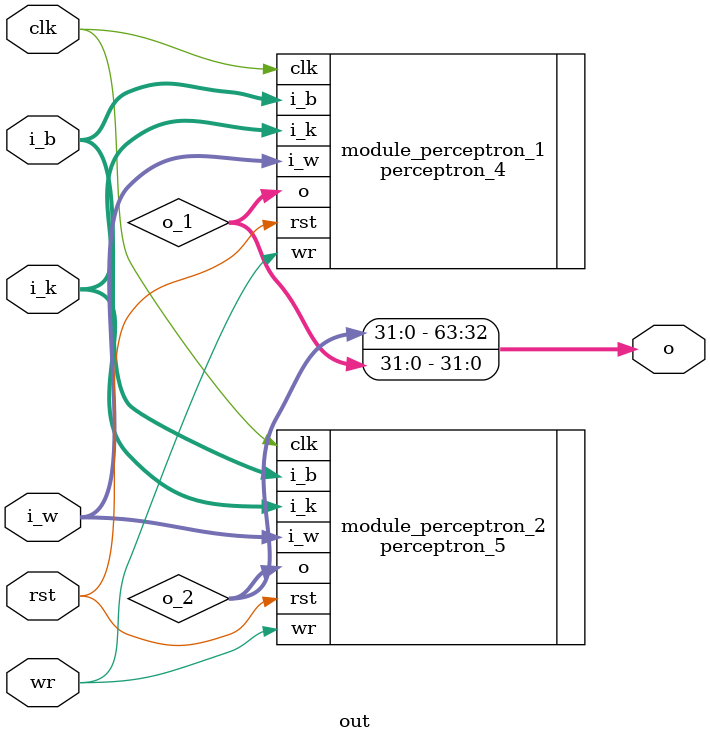
<source format=v>

module out(clk, rst, wr, i_k, i_w, i_b, o);

// parameters
parameter NUM_INPUT = 2;
parameter NUM_PCTN = NUM_INPUT;
parameter WIDTH = 32;

// common ports
input clk, rst;

// control ports
input wr;

// input ports
input signed [NUM_INPUT*WIDTH-1:0] i_k;
input signed [NUM_INPUT*WIDTH-1:0] i_w;
input signed [WIDTH-1:0] i_b;

// output ports
output signed [NUM_PCTN*WIDTH-1:0] o;

wire signed [31:0] o_1;
wire signed [31:0] o_2;

// instantiating a NUM_PCTN of perceptrons
/*perceptron #(.NUM(NUM_INPUT), .WIDTH(WIDTH)) pctn[NUM_PCTN-1:0] (
	.clk(clk),
	.rst(rst),
	.wr(wr),
	.i_k(i_k),
	.i_w(i_w),
	.i_b(i_b),
	.o(o)
);
*/

perceptron_4 #(.NUM(NUM_INPUT), .WIDTH(WIDTH))  module_perceptron_1 (
	.clk(clk),
	.rst(rst),
	.wr(wr),
	.i_k(i_k),
	.i_w(i_w),
	.i_b(i_b),
	.o(o_1)
);

perceptron_5 #(.NUM(NUM_INPUT), .WIDTH(WIDTH))  module_perceptron_2 (
	.clk(clk),
	.rst(rst),
	.wr(wr),
	.i_k(i_k),
	.i_w(i_w),
	.i_b(i_b),
	.o(o_2)
);

assign o = {o_2, o_1};

endmodule
</source>
